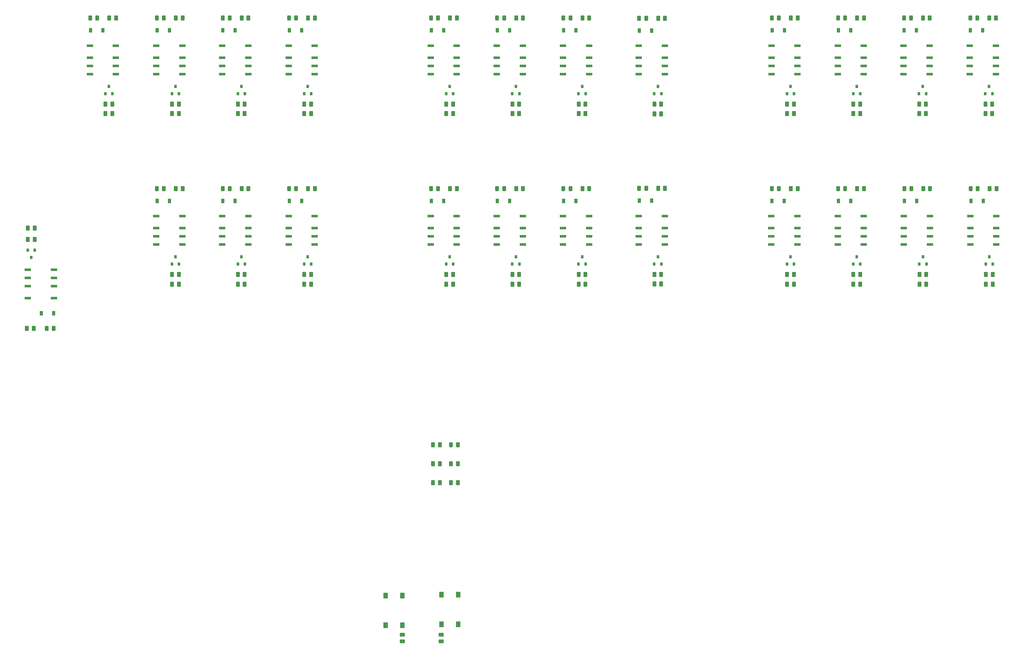
<source format=gbr>
%TF.GenerationSoftware,KiCad,Pcbnew,(5.99.0-12218-g749d2d5987)*%
%TF.CreationDate,2021-09-15T17:58:56+03:00*%
%TF.ProjectId,stend_main_stencil,7374656e-645f-46d6-9169-6e5f7374656e,rev*%
%TF.SameCoordinates,PX258bd10PYee998b0*%
%TF.FileFunction,Paste,Top*%
%TF.FilePolarity,Positive*%
%FSLAX46Y46*%
G04 Gerber Fmt 4.6, Leading zero omitted, Abs format (unit mm)*
G04 Created by KiCad (PCBNEW (5.99.0-12218-g749d2d5987)) date 2021-09-15 17:58:56*
%MOMM*%
%LPD*%
G01*
G04 APERTURE LIST*
G04 Aperture macros list*
%AMRoundRect*
0 Rectangle with rounded corners*
0 $1 Rounding radius*
0 $2 $3 $4 $5 $6 $7 $8 $9 X,Y pos of 4 corners*
0 Add a 4 corners polygon primitive as box body*
4,1,4,$2,$3,$4,$5,$6,$7,$8,$9,$2,$3,0*
0 Add four circle primitives for the rounded corners*
1,1,$1+$1,$2,$3*
1,1,$1+$1,$4,$5*
1,1,$1+$1,$6,$7*
1,1,$1+$1,$8,$9*
0 Add four rect primitives between the rounded corners*
20,1,$1+$1,$2,$3,$4,$5,0*
20,1,$1+$1,$4,$5,$6,$7,0*
20,1,$1+$1,$6,$7,$8,$9,0*
20,1,$1+$1,$8,$9,$2,$3,0*%
G04 Aperture macros list end*
%ADD10RoundRect,0.243750X0.243750X0.456250X-0.243750X0.456250X-0.243750X-0.456250X0.243750X-0.456250X0*%
%ADD11RoundRect,0.250000X-0.262500X-0.450000X0.262500X-0.450000X0.262500X0.450000X-0.262500X0.450000X0*%
%ADD12RoundRect,0.250000X0.262500X0.450000X-0.262500X0.450000X-0.262500X-0.450000X0.262500X-0.450000X0*%
%ADD13R,0.900000X1.200000*%
%ADD14R,0.800000X0.900000*%
%ADD15R,1.300000X1.550000*%
%ADD16R,1.800000X0.800000*%
%ADD17RoundRect,0.250000X-0.450000X0.262500X-0.450000X-0.262500X0.450000X-0.262500X0.450000X0.262500X0*%
%ADD18RoundRect,0.243750X-0.243750X-0.456250X0.243750X-0.456250X0.243750X0.456250X-0.243750X0.456250X0*%
%ADD19RoundRect,0.250000X0.450000X-0.262500X0.450000X0.262500X-0.450000X0.262500X-0.450000X-0.262500X0*%
G04 APERTURE END LIST*
D10*
%TO.C,VD1*%
X123365500Y60960000D03*
X121490500Y60960000D03*
%TD*%
D11*
%TO.C,R35*%
X121261500Y129783992D03*
X123086500Y129783992D03*
%TD*%
D12*
%TO.C,R66*%
X248943500Y149860000D03*
X247118500Y149860000D03*
%TD*%
D13*
%TO.C,VD49*%
X260859000Y172212000D03*
X264159000Y172212000D03*
%TD*%
D14*
%TO.C,VT9*%
X120208000Y155210000D03*
X122108000Y155210000D03*
X121158000Y157210000D03*
%TD*%
%TO.C,VT17*%
X211648000Y155210000D03*
X213548000Y155210000D03*
X212598000Y157210000D03*
%TD*%
D11*
%TO.C,R62*%
X230481500Y175514000D03*
X232306500Y175514000D03*
%TD*%
D13*
%TO.C,VD23*%
X116206000Y126482000D03*
X119506000Y126482000D03*
%TD*%
D12*
%TO.C,R80*%
X9548500Y92202000D03*
X7723500Y92202000D03*
%TD*%
D13*
%TO.C,VD19*%
X78106000Y126482000D03*
X81406000Y126482000D03*
%TD*%
D15*
%TO.C,S2*%
X108422000Y12535000D03*
X108422000Y20485000D03*
X103922000Y20485000D03*
X103922000Y12535000D03*
%TD*%
D16*
%TO.C,K22*%
X242981800Y122380000D03*
X242981800Y119180000D03*
X242981800Y116980000D03*
X242981800Y114780000D03*
X249981800Y114780000D03*
X249981800Y116980000D03*
X249981800Y119180000D03*
X249981800Y122380000D03*
%TD*%
D12*
%TO.C,R36*%
X139800500Y149860000D03*
X137975500Y149860000D03*
%TD*%
D11*
%TO.C,R1*%
X116689500Y60960000D03*
X118514500Y60960000D03*
%TD*%
D10*
%TO.C,VD46*%
X244985300Y129784000D03*
X243110300Y129784000D03*
%TD*%
D11*
%TO.C,R55*%
X211685500Y152410000D03*
X213510500Y152410000D03*
%TD*%
%TO.C,R77*%
X266041500Y129784000D03*
X267866500Y129784000D03*
%TD*%
%TO.C,R78*%
X7977500Y119126000D03*
X9802500Y119126000D03*
%TD*%
D12*
%TO.C,R60*%
X231290500Y149860000D03*
X229465500Y149860000D03*
%TD*%
D13*
%TO.C,VD15*%
X60292000Y126482000D03*
X63592000Y126482000D03*
%TD*%
D16*
%TO.C,K8*%
X77928000Y122380000D03*
X77928000Y119180000D03*
X77928000Y116980000D03*
X77928000Y114780000D03*
X84928000Y114780000D03*
X84928000Y116980000D03*
X84928000Y119180000D03*
X84928000Y122380000D03*
%TD*%
D13*
%TO.C,VD45*%
X243079000Y172212000D03*
X246379000Y172212000D03*
%TD*%
%TO.C,VD35*%
X172035200Y126492000D03*
X175335200Y126492000D03*
%TD*%
D12*
%TO.C,R15*%
X48491500Y104130000D03*
X46666500Y104130000D03*
%TD*%
D14*
%TO.C,VT6*%
X64294000Y109480000D03*
X66194000Y109480000D03*
X65244000Y111480000D03*
%TD*%
D11*
%TO.C,R37*%
X137975500Y152410000D03*
X139800500Y152410000D03*
%TD*%
D14*
%TO.C,VT15*%
X176037200Y155200000D03*
X177937200Y155200000D03*
X176987200Y157200000D03*
%TD*%
D11*
%TO.C,R38*%
X138991500Y175514000D03*
X140816500Y175514000D03*
%TD*%
D10*
%TO.C,VD26*%
X135761500Y129784000D03*
X133886500Y129784000D03*
%TD*%
D11*
%TO.C,R8*%
X29821500Y175514000D03*
X31646500Y175514000D03*
%TD*%
D10*
%TO.C,VD10*%
X44452500Y129784000D03*
X42577500Y129784000D03*
%TD*%
%TO.C,VD32*%
X173860700Y175504000D03*
X171985700Y175504000D03*
%TD*%
D16*
%TO.C,K18*%
X207444000Y122380000D03*
X207444000Y119180000D03*
X207444000Y116980000D03*
X207444000Y114780000D03*
X214444000Y114780000D03*
X214444000Y116980000D03*
X214444000Y119180000D03*
X214444000Y122380000D03*
%TD*%
%TO.C,K11*%
X133758000Y168110000D03*
X133758000Y164910000D03*
X133758000Y162710000D03*
X133758000Y160510000D03*
X140758000Y160510000D03*
X140758000Y162710000D03*
X140758000Y164910000D03*
X140758000Y168110000D03*
%TD*%
%TO.C,K12*%
X133758000Y122380000D03*
X133758000Y119180000D03*
X133758000Y116980000D03*
X133758000Y114780000D03*
X140758000Y114780000D03*
X140758000Y116980000D03*
X140758000Y119180000D03*
X140758000Y122380000D03*
%TD*%
%TO.C,K7*%
X77928000Y168110000D03*
X77928000Y164910000D03*
X77928000Y162710000D03*
X77928000Y160510000D03*
X84928000Y160510000D03*
X84928000Y162710000D03*
X84928000Y164910000D03*
X84928000Y168110000D03*
%TD*%
D14*
%TO.C,VT13*%
X155717000Y155210000D03*
X157617000Y155210000D03*
X156667000Y157210000D03*
%TD*%
D11*
%TO.C,R17*%
X47682500Y129784000D03*
X49507500Y129784000D03*
%TD*%
D16*
%TO.C,K10*%
X116028000Y122380000D03*
X116028000Y119180000D03*
X116028000Y116980000D03*
X116028000Y114780000D03*
X123028000Y114780000D03*
X123028000Y116980000D03*
X123028000Y119180000D03*
X123028000Y122380000D03*
%TD*%
D10*
%TO.C,VD22*%
X118031500Y129784000D03*
X116156500Y129784000D03*
%TD*%
D12*
%TO.C,R48*%
X177899700Y149850000D03*
X176074700Y149850000D03*
%TD*%
D11*
%TO.C,R29*%
X83161500Y129784000D03*
X84986500Y129784000D03*
%TD*%
D12*
%TO.C,R79*%
X9802500Y116078000D03*
X7977500Y116078000D03*
%TD*%
%TO.C,R75*%
X266850500Y104130000D03*
X265025500Y104130000D03*
%TD*%
D14*
%TO.C,VT18*%
X211624000Y109480000D03*
X213524000Y109480000D03*
X212574000Y111480000D03*
%TD*%
%TO.C,VT3*%
X46629000Y155210000D03*
X48529000Y155210000D03*
X47579000Y157210000D03*
%TD*%
D11*
%TO.C,R2*%
X116689500Y55880000D03*
X118514500Y55880000D03*
%TD*%
D14*
%TO.C,VT25*%
X9840000Y113268000D03*
X7940000Y113268000D03*
X8890000Y111268000D03*
%TD*%
D11*
%TO.C,R52*%
X176074700Y106690000D03*
X177899700Y106690000D03*
%TD*%
D10*
%TO.C,VD40*%
X227251500Y175514000D03*
X225376500Y175514000D03*
%TD*%
%TO.C,VD20*%
X118031500Y175514000D03*
X116156500Y175514000D03*
%TD*%
D14*
%TO.C,VT12*%
X137938000Y109480000D03*
X139838000Y109480000D03*
X138888000Y111480000D03*
%TD*%
%TO.C,VT8*%
X82108000Y109480000D03*
X84008000Y109480000D03*
X83058000Y111480000D03*
%TD*%
D16*
%TO.C,K17*%
X207468000Y168110000D03*
X207468000Y164910000D03*
X207468000Y162710000D03*
X207468000Y160510000D03*
X214468000Y160510000D03*
X214468000Y162710000D03*
X214468000Y164910000D03*
X214468000Y168110000D03*
%TD*%
D11*
%TO.C,R20*%
X65347500Y175514000D03*
X67172500Y175514000D03*
%TD*%
%TO.C,R56*%
X212701500Y175514000D03*
X214526500Y175514000D03*
%TD*%
D10*
%TO.C,VD44*%
X244904500Y175514000D03*
X243029500Y175514000D03*
%TD*%
D16*
%TO.C,K25*%
X14940000Y100352000D03*
X14940000Y103552000D03*
X14940000Y105752000D03*
X14940000Y107952000D03*
X7940000Y107952000D03*
X7940000Y105752000D03*
X7940000Y103552000D03*
X7940000Y100352000D03*
%TD*%
D14*
%TO.C,VT7*%
X82108000Y155210000D03*
X84008000Y155210000D03*
X83058000Y157210000D03*
%TD*%
D10*
%TO.C,VD14*%
X62117500Y129784000D03*
X60242500Y129784000D03*
%TD*%
%TO.C,VD2*%
X123365500Y55880000D03*
X121490500Y55880000D03*
%TD*%
D14*
%TO.C,VT11*%
X137938000Y155210000D03*
X139838000Y155210000D03*
X138888000Y157210000D03*
%TD*%
D12*
%TO.C,R21*%
X66156500Y104130000D03*
X64331500Y104130000D03*
%TD*%
D13*
%TO.C,VD41*%
X225426000Y172212000D03*
X228726000Y172212000D03*
%TD*%
D12*
%TO.C,R63*%
X231288500Y104130000D03*
X229463500Y104130000D03*
%TD*%
%TO.C,R45*%
X157579500Y104130000D03*
X155754500Y104130000D03*
%TD*%
D13*
%TO.C,VD47*%
X243159800Y126482000D03*
X246459800Y126482000D03*
%TD*%
D10*
%TO.C,VD4*%
X26591500Y175514000D03*
X24716500Y175514000D03*
%TD*%
D11*
%TO.C,R16*%
X46666500Y106680000D03*
X48491500Y106680000D03*
%TD*%
D14*
%TO.C,VT19*%
X229428000Y155210000D03*
X231328000Y155210000D03*
X230378000Y157210000D03*
%TD*%
%TO.C,VT4*%
X46629000Y109480000D03*
X48529000Y109480000D03*
X47579000Y111480000D03*
%TD*%
D11*
%TO.C,R3*%
X116689500Y50800000D03*
X118514500Y50800000D03*
%TD*%
D12*
%TO.C,R12*%
X48491500Y149860000D03*
X46666500Y149860000D03*
%TD*%
D17*
%TO.C,R4*%
X118872000Y10056500D03*
X118872000Y8231500D03*
%TD*%
D16*
%TO.C,K6*%
X60114000Y122380000D03*
X60114000Y119180000D03*
X60114000Y116980000D03*
X60114000Y114780000D03*
X67114000Y114780000D03*
X67114000Y116980000D03*
X67114000Y119180000D03*
X67114000Y122380000D03*
%TD*%
D13*
%TO.C,VD17*%
X78106000Y172212000D03*
X81406000Y172212000D03*
%TD*%
D11*
%TO.C,R61*%
X229465500Y152410000D03*
X231290500Y152410000D03*
%TD*%
D14*
%TO.C,VT5*%
X64294000Y155210000D03*
X66194000Y155210000D03*
X65244000Y157210000D03*
%TD*%
D11*
%TO.C,R22*%
X64331500Y106680000D03*
X66156500Y106680000D03*
%TD*%
D16*
%TO.C,K1*%
X24588000Y168110000D03*
X24588000Y164910000D03*
X24588000Y162710000D03*
X24588000Y160510000D03*
X31588000Y160510000D03*
X31588000Y162710000D03*
X31588000Y164910000D03*
X31588000Y168110000D03*
%TD*%
D11*
%TO.C,R32*%
X121261500Y175514000D03*
X123086500Y175514000D03*
%TD*%
%TO.C,R64*%
X229463500Y106680000D03*
X231288500Y106680000D03*
%TD*%
%TO.C,R31*%
X120245500Y152410000D03*
X122070500Y152410000D03*
%TD*%
%TO.C,R70*%
X247199300Y106680000D03*
X249024300Y106680000D03*
%TD*%
%TO.C,R26*%
X83161500Y175514000D03*
X84986500Y175514000D03*
%TD*%
D10*
%TO.C,VD18*%
X79931500Y129784000D03*
X78056500Y129784000D03*
%TD*%
D16*
%TO.C,K14*%
X151537000Y122380000D03*
X151537000Y119180000D03*
X151537000Y116980000D03*
X151537000Y114780000D03*
X158537000Y114780000D03*
X158537000Y116980000D03*
X158537000Y119180000D03*
X158537000Y122380000D03*
%TD*%
D11*
%TO.C,R68*%
X248134500Y175514000D03*
X249959500Y175514000D03*
%TD*%
%TO.C,R28*%
X82145500Y106680000D03*
X83970500Y106680000D03*
%TD*%
%TO.C,R59*%
X212677500Y129784000D03*
X214502500Y129784000D03*
%TD*%
D12*
%TO.C,R57*%
X213486500Y104130000D03*
X211661500Y104130000D03*
%TD*%
D11*
%TO.C,R14*%
X47682500Y175514000D03*
X49507500Y175514000D03*
%TD*%
D12*
%TO.C,R42*%
X157579500Y149860000D03*
X155754500Y149860000D03*
%TD*%
D14*
%TO.C,VT1*%
X28768000Y155210000D03*
X30668000Y155210000D03*
X29718000Y157210000D03*
%TD*%
D12*
%TO.C,R33*%
X122070500Y104130000D03*
X120245500Y104130000D03*
%TD*%
D15*
%TO.C,S1*%
X118908000Y20739000D03*
X118908000Y12789000D03*
X123408000Y20739000D03*
X123408000Y12789000D03*
%TD*%
D11*
%TO.C,R67*%
X247118500Y152410000D03*
X248943500Y152410000D03*
%TD*%
D16*
%TO.C,K5*%
X60114000Y168110000D03*
X60114000Y164910000D03*
X60114000Y162710000D03*
X60114000Y160510000D03*
X67114000Y160510000D03*
X67114000Y162710000D03*
X67114000Y164910000D03*
X67114000Y168110000D03*
%TD*%
D13*
%TO.C,VD51*%
X260986000Y126482000D03*
X264286000Y126482000D03*
%TD*%
D11*
%TO.C,R49*%
X176074700Y152400000D03*
X177899700Y152400000D03*
%TD*%
D14*
%TO.C,VT20*%
X229426000Y109480000D03*
X231326000Y109480000D03*
X230376000Y111480000D03*
%TD*%
D18*
%TO.C,VD52*%
X13032500Y92202000D03*
X14907500Y92202000D03*
%TD*%
D10*
%TO.C,VD34*%
X173860700Y129794000D03*
X171985700Y129794000D03*
%TD*%
D16*
%TO.C,K13*%
X151537000Y168110000D03*
X151537000Y164910000D03*
X151537000Y162710000D03*
X151537000Y160510000D03*
X158537000Y160510000D03*
X158537000Y162710000D03*
X158537000Y164910000D03*
X158537000Y168110000D03*
%TD*%
D11*
%TO.C,R34*%
X120245500Y106680000D03*
X122070500Y106680000D03*
%TD*%
%TO.C,R74*%
X265914500Y175514000D03*
X267739500Y175514000D03*
%TD*%
%TO.C,R19*%
X64331500Y152410000D03*
X66156500Y152410000D03*
%TD*%
D16*
%TO.C,K20*%
X225246000Y122380000D03*
X225246000Y119180000D03*
X225246000Y116980000D03*
X225246000Y114780000D03*
X232246000Y114780000D03*
X232246000Y116980000D03*
X232246000Y119180000D03*
X232246000Y122380000D03*
%TD*%
D12*
%TO.C,R24*%
X83970500Y149860000D03*
X82145500Y149860000D03*
%TD*%
D14*
%TO.C,VT21*%
X247081000Y155210000D03*
X248981000Y155210000D03*
X248031000Y157210000D03*
%TD*%
D11*
%TO.C,R41*%
X138991500Y129784000D03*
X140816500Y129784000D03*
%TD*%
D13*
%TO.C,VD21*%
X116206000Y172212000D03*
X119506000Y172212000D03*
%TD*%
D12*
%TO.C,R69*%
X249024300Y104130000D03*
X247199300Y104130000D03*
%TD*%
D13*
%TO.C,VD43*%
X225424000Y126482000D03*
X228724000Y126482000D03*
%TD*%
D12*
%TO.C,R30*%
X122070500Y149860000D03*
X120245500Y149860000D03*
%TD*%
D13*
%TO.C,VD29*%
X151715000Y172212000D03*
X155015000Y172212000D03*
%TD*%
D11*
%TO.C,R43*%
X155754500Y152410000D03*
X157579500Y152410000D03*
%TD*%
D16*
%TO.C,K24*%
X260808000Y122380000D03*
X260808000Y119180000D03*
X260808000Y116980000D03*
X260808000Y114780000D03*
X267808000Y114780000D03*
X267808000Y116980000D03*
X267808000Y119180000D03*
X267808000Y122380000D03*
%TD*%
D13*
%TO.C,VD33*%
X172035200Y172202000D03*
X175335200Y172202000D03*
%TD*%
%TO.C,VD37*%
X207646000Y172212000D03*
X210946000Y172212000D03*
%TD*%
D16*
%TO.C,K4*%
X42449000Y122380000D03*
X42449000Y119180000D03*
X42449000Y116980000D03*
X42449000Y114780000D03*
X49449000Y114780000D03*
X49449000Y116980000D03*
X49449000Y119180000D03*
X49449000Y122380000D03*
%TD*%
D11*
%TO.C,R46*%
X155754500Y106680000D03*
X157579500Y106680000D03*
%TD*%
D10*
%TO.C,VD48*%
X262684500Y175514000D03*
X260809500Y175514000D03*
%TD*%
D11*
%TO.C,R7*%
X28805500Y152410000D03*
X30630500Y152410000D03*
%TD*%
%TO.C,R76*%
X265025500Y106680000D03*
X266850500Y106680000D03*
%TD*%
%TO.C,R71*%
X248215300Y129784000D03*
X250040300Y129784000D03*
%TD*%
D13*
%TO.C,VD9*%
X42627000Y172212000D03*
X45927000Y172212000D03*
%TD*%
D12*
%TO.C,R51*%
X177899700Y104140000D03*
X176074700Y104140000D03*
%TD*%
D13*
%TO.C,VD53*%
X14858000Y96266000D03*
X11558000Y96266000D03*
%TD*%
D10*
%TO.C,VD3*%
X123365500Y50800000D03*
X121490500Y50800000D03*
%TD*%
D11*
%TO.C,R23*%
X65347500Y129784000D03*
X67172500Y129784000D03*
%TD*%
D13*
%TO.C,VD13*%
X60292000Y172212000D03*
X63592000Y172212000D03*
%TD*%
%TO.C,VD11*%
X42627000Y126482000D03*
X45927000Y126482000D03*
%TD*%
D12*
%TO.C,R54*%
X213510500Y149860000D03*
X211685500Y149860000D03*
%TD*%
D16*
%TO.C,K16*%
X171857200Y122390000D03*
X171857200Y119190000D03*
X171857200Y116990000D03*
X171857200Y114790000D03*
X178857200Y114790000D03*
X178857200Y116990000D03*
X178857200Y119190000D03*
X178857200Y122390000D03*
%TD*%
D12*
%TO.C,R72*%
X266723500Y149860000D03*
X264898500Y149860000D03*
%TD*%
D10*
%TO.C,VD30*%
X153540500Y129784000D03*
X151665500Y129784000D03*
%TD*%
%TO.C,VD16*%
X79931500Y175514000D03*
X78056500Y175514000D03*
%TD*%
%TO.C,VD42*%
X227249500Y129784000D03*
X225374500Y129784000D03*
%TD*%
D14*
%TO.C,VT23*%
X264861000Y155210000D03*
X266761000Y155210000D03*
X265811000Y157210000D03*
%TD*%
D11*
%TO.C,R65*%
X230479500Y129784000D03*
X232304500Y129784000D03*
%TD*%
D13*
%TO.C,VD27*%
X133936000Y126482000D03*
X137236000Y126482000D03*
%TD*%
D16*
%TO.C,K19*%
X225248000Y168110000D03*
X225248000Y164910000D03*
X225248000Y162710000D03*
X225248000Y160510000D03*
X232248000Y160510000D03*
X232248000Y162710000D03*
X232248000Y164910000D03*
X232248000Y168110000D03*
%TD*%
D12*
%TO.C,R18*%
X66156500Y149860000D03*
X64331500Y149860000D03*
%TD*%
D19*
%TO.C,R5*%
X108458000Y8231500D03*
X108458000Y10056500D03*
%TD*%
D13*
%TO.C,VD5*%
X24766000Y172212000D03*
X28066000Y172212000D03*
%TD*%
D14*
%TO.C,VT22*%
X247161800Y109480000D03*
X249061800Y109480000D03*
X248111800Y111480000D03*
%TD*%
%TO.C,VT16*%
X176037200Y109490000D03*
X177937200Y109490000D03*
X176987200Y111490000D03*
%TD*%
D13*
%TO.C,VD31*%
X151715000Y126482000D03*
X155015000Y126482000D03*
%TD*%
D11*
%TO.C,R58*%
X211661500Y106680000D03*
X213486500Y106680000D03*
%TD*%
D10*
%TO.C,VD28*%
X153540500Y175514000D03*
X151665500Y175514000D03*
%TD*%
D12*
%TO.C,R39*%
X139800500Y104130000D03*
X137975500Y104130000D03*
%TD*%
D13*
%TO.C,VD39*%
X207622000Y126482000D03*
X210922000Y126482000D03*
%TD*%
D11*
%TO.C,R25*%
X82145500Y152410000D03*
X83970500Y152410000D03*
%TD*%
%TO.C,R13*%
X46666500Y152410000D03*
X48491500Y152410000D03*
%TD*%
D10*
%TO.C,VD36*%
X209471500Y175514000D03*
X207596500Y175514000D03*
%TD*%
D16*
%TO.C,K21*%
X242901000Y168110000D03*
X242901000Y164910000D03*
X242901000Y162710000D03*
X242901000Y160510000D03*
X249901000Y160510000D03*
X249901000Y162710000D03*
X249901000Y164910000D03*
X249901000Y168110000D03*
%TD*%
D14*
%TO.C,VT14*%
X155717000Y109480000D03*
X157617000Y109480000D03*
X156667000Y111480000D03*
%TD*%
D11*
%TO.C,R50*%
X177090700Y175504000D03*
X178915700Y175504000D03*
%TD*%
D12*
%TO.C,R6*%
X30630500Y149860000D03*
X28805500Y149860000D03*
%TD*%
D10*
%TO.C,VD12*%
X62117500Y175514000D03*
X60242500Y175514000D03*
%TD*%
D16*
%TO.C,K3*%
X42449000Y168110000D03*
X42449000Y164910000D03*
X42449000Y162710000D03*
X42449000Y160510000D03*
X49449000Y160510000D03*
X49449000Y162710000D03*
X49449000Y164910000D03*
X49449000Y168110000D03*
%TD*%
%TO.C,K15*%
X171857200Y168100000D03*
X171857200Y164900000D03*
X171857200Y162700000D03*
X171857200Y160500000D03*
X178857200Y160500000D03*
X178857200Y162700000D03*
X178857200Y164900000D03*
X178857200Y168100000D03*
%TD*%
D14*
%TO.C,VT10*%
X120208000Y109480000D03*
X122108000Y109480000D03*
X121158000Y111480000D03*
%TD*%
D10*
%TO.C,VD38*%
X209447500Y129784000D03*
X207572500Y129784000D03*
%TD*%
%TO.C,VD50*%
X262811500Y129784000D03*
X260936500Y129784000D03*
%TD*%
%TO.C,VD24*%
X135761500Y175514000D03*
X133886500Y175514000D03*
%TD*%
D11*
%TO.C,R47*%
X156770500Y129784000D03*
X158595500Y129784000D03*
%TD*%
D12*
%TO.C,R27*%
X83970500Y104130000D03*
X82145500Y104130000D03*
%TD*%
D16*
%TO.C,K23*%
X260681000Y168110000D03*
X260681000Y164910000D03*
X260681000Y162710000D03*
X260681000Y160510000D03*
X267681000Y160510000D03*
X267681000Y162710000D03*
X267681000Y164910000D03*
X267681000Y168110000D03*
%TD*%
D14*
%TO.C,VT24*%
X264988000Y109480000D03*
X266888000Y109480000D03*
X265938000Y111480000D03*
%TD*%
D11*
%TO.C,R53*%
X177090700Y129794000D03*
X178915700Y129794000D03*
%TD*%
%TO.C,R44*%
X156770500Y175514000D03*
X158595500Y175514000D03*
%TD*%
D16*
%TO.C,K9*%
X116028000Y168110000D03*
X116028000Y164910000D03*
X116028000Y162710000D03*
X116028000Y160510000D03*
X123028000Y160510000D03*
X123028000Y162710000D03*
X123028000Y164910000D03*
X123028000Y168110000D03*
%TD*%
D11*
%TO.C,R73*%
X264898500Y152410000D03*
X266723500Y152410000D03*
%TD*%
D13*
%TO.C,VD25*%
X133936000Y172212000D03*
X137236000Y172212000D03*
%TD*%
D11*
%TO.C,R40*%
X137975500Y106680000D03*
X139800500Y106680000D03*
%TD*%
D10*
%TO.C,VD8*%
X44452500Y175514000D03*
X42577500Y175514000D03*
%TD*%
M02*

</source>
